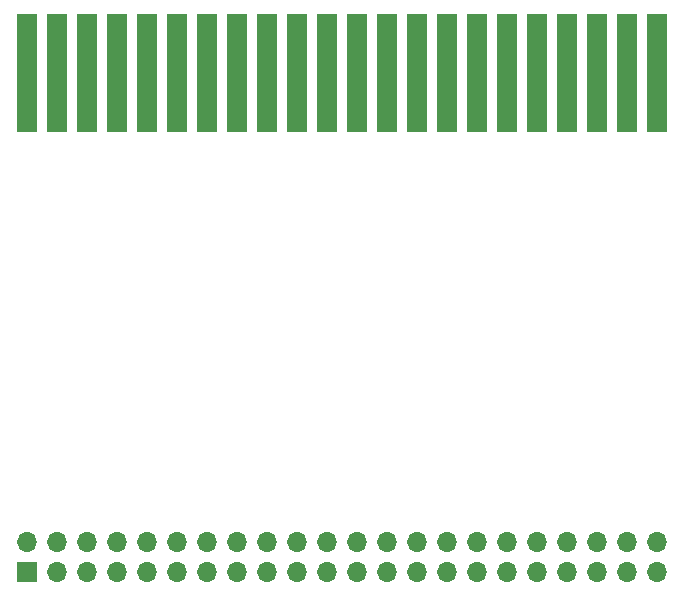
<source format=gts>
G04 #@! TF.GenerationSoftware,KiCad,Pcbnew,(5.1.9)-1*
G04 #@! TF.CreationDate,2023-09-27T08:13:33+09:00*
G04 #@! TF.ProjectId,CZ800EX,435a3830-3045-4582-9e6b-696361645f70,rev?*
G04 #@! TF.SameCoordinates,PX2faf080PY6f1a620*
G04 #@! TF.FileFunction,Soldermask,Top*
G04 #@! TF.FilePolarity,Negative*
%FSLAX46Y46*%
G04 Gerber Fmt 4.6, Leading zero omitted, Abs format (unit mm)*
G04 Created by KiCad (PCBNEW (5.1.9)-1) date 2023-09-27 08:13:33*
%MOMM*%
%LPD*%
G01*
G04 APERTURE LIST*
%ADD10R,1.780000X10.000000*%
%ADD11O,1.700000X1.700000*%
%ADD12R,1.700000X1.700000*%
G04 APERTURE END LIST*
D10*
X11176000Y55770000D03*
X13716000Y55770000D03*
X16256000Y55770000D03*
X18796000Y55770000D03*
X21336000Y55770000D03*
X23876000Y55770000D03*
X26416000Y55770000D03*
X28956000Y55770000D03*
X31496000Y55770000D03*
X34036000Y55770000D03*
X36576000Y55770000D03*
X39116000Y55770000D03*
X41656000Y55770000D03*
X44196000Y55770000D03*
X46736000Y55770000D03*
X49276000Y55770000D03*
X51816000Y55770000D03*
X54356000Y55770000D03*
X56896000Y55770000D03*
X59436000Y55770000D03*
X61976000Y55770000D03*
X64516000Y55770000D03*
D11*
X64516000Y16110000D03*
X64516000Y13570000D03*
X61976000Y16110000D03*
X61976000Y13570000D03*
X59436000Y16110000D03*
X59436000Y13570000D03*
X56896000Y16110000D03*
X56896000Y13570000D03*
X54356000Y16110000D03*
X54356000Y13570000D03*
X51816000Y16110000D03*
X51816000Y13570000D03*
X49276000Y16110000D03*
X49276000Y13570000D03*
X46736000Y16110000D03*
X46736000Y13570000D03*
X44196000Y16110000D03*
X44196000Y13570000D03*
X41656000Y16110000D03*
X41656000Y13570000D03*
X39116000Y16110000D03*
X39116000Y13570000D03*
X36576000Y16110000D03*
X36576000Y13570000D03*
X34036000Y16110000D03*
X34036000Y13570000D03*
X31496000Y16110000D03*
X31496000Y13570000D03*
X28956000Y16110000D03*
X28956000Y13570000D03*
X26416000Y16110000D03*
X26416000Y13570000D03*
X23876000Y16110000D03*
X23876000Y13570000D03*
X21336000Y16110000D03*
X21336000Y13570000D03*
X18796000Y16110000D03*
X18796000Y13570000D03*
X16256000Y16110000D03*
X16256000Y13570000D03*
X13716000Y16110000D03*
X13716000Y13570000D03*
X11176000Y16110000D03*
D12*
X11176000Y13570000D03*
M02*

</source>
